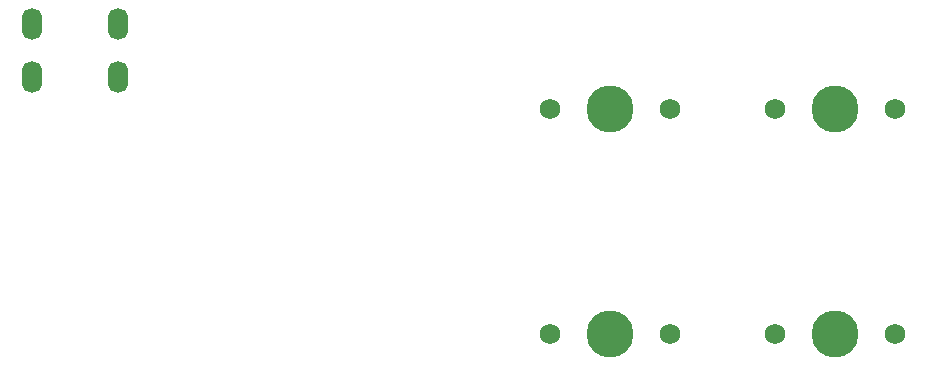
<source format=gts>
%TF.GenerationSoftware,KiCad,Pcbnew,(5.1.8)-1*%
%TF.CreationDate,2020-12-11T14:52:39-05:00*%
%TF.ProjectId,kevins-pcb-numpad,6b657669-6e73-42d7-9063-622d6e756d70,rev?*%
%TF.SameCoordinates,Original*%
%TF.FileFunction,Soldermask,Top*%
%TF.FilePolarity,Negative*%
%FSLAX46Y46*%
G04 Gerber Fmt 4.6, Leading zero omitted, Abs format (unit mm)*
G04 Created by KiCad (PCBNEW (5.1.8)-1) date 2020-12-11 14:52:39*
%MOMM*%
%LPD*%
G01*
G04 APERTURE LIST*
%ADD10O,1.700000X2.700000*%
%ADD11C,1.750000*%
%ADD12C,3.987800*%
G04 APERTURE END LIST*
D10*
%TO.C,USB1*%
X40006250Y-81756250D03*
X47306250Y-81756250D03*
X47306250Y-86256250D03*
X40006250Y-86256250D03*
%TD*%
D11*
%TO.C,MX4*%
X113030000Y-107950000D03*
X102870000Y-107950000D03*
D12*
X107950000Y-107950000D03*
%TD*%
%TO.C,MX3*%
X107950000Y-88900000D03*
D11*
X102870000Y-88900000D03*
X113030000Y-88900000D03*
%TD*%
%TO.C,MX2*%
X93980000Y-107950000D03*
X83820000Y-107950000D03*
D12*
X88900000Y-107950000D03*
%TD*%
D11*
%TO.C,MX1*%
X93980000Y-88900000D03*
X83820000Y-88900000D03*
D12*
X88900000Y-88900000D03*
%TD*%
M02*

</source>
